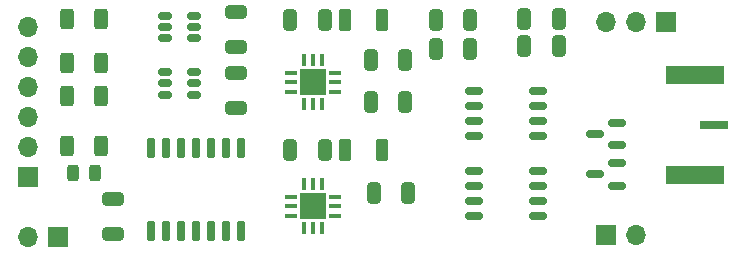
<source format=gbr>
%TF.GenerationSoftware,KiCad,Pcbnew,7.0.10*%
%TF.CreationDate,2024-02-11T10:45:53+07:00*%
%TF.ProjectId,PMOD-Pulser_update,504d4f44-2d50-4756-9c73-65725f757064,rev?*%
%TF.SameCoordinates,PX5e2ce30PY52bb330*%
%TF.FileFunction,Soldermask,Top*%
%TF.FilePolarity,Negative*%
%FSLAX46Y46*%
G04 Gerber Fmt 4.6, Leading zero omitted, Abs format (unit mm)*
G04 Created by KiCad (PCBNEW 7.0.10) date 2024-02-11 10:45:53*
%MOMM*%
%LPD*%
G01*
G04 APERTURE LIST*
G04 Aperture macros list*
%AMRoundRect*
0 Rectangle with rounded corners*
0 $1 Rounding radius*
0 $2 $3 $4 $5 $6 $7 $8 $9 X,Y pos of 4 corners*
0 Add a 4 corners polygon primitive as box body*
4,1,4,$2,$3,$4,$5,$6,$7,$8,$9,$2,$3,0*
0 Add four circle primitives for the rounded corners*
1,1,$1+$1,$2,$3*
1,1,$1+$1,$4,$5*
1,1,$1+$1,$6,$7*
1,1,$1+$1,$8,$9*
0 Add four rect primitives between the rounded corners*
20,1,$1+$1,$2,$3,$4,$5,0*
20,1,$1+$1,$4,$5,$6,$7,0*
20,1,$1+$1,$6,$7,$8,$9,0*
20,1,$1+$1,$8,$9,$2,$3,0*%
G04 Aperture macros list end*
%ADD10R,1.700000X1.700000*%
%ADD11O,1.700000X1.700000*%
%ADD12RoundRect,0.150000X0.450000X-0.150000X0.450000X0.150000X-0.450000X0.150000X-0.450000X-0.150000X0*%
%ADD13RoundRect,0.250000X-0.325000X-0.650000X0.325000X-0.650000X0.325000X0.650000X-0.325000X0.650000X0*%
%ADD14RoundRect,0.250000X-0.312500X-0.625000X0.312500X-0.625000X0.312500X0.625000X-0.312500X0.625000X0*%
%ADD15RoundRect,0.150000X0.587500X0.150000X-0.587500X0.150000X-0.587500X-0.150000X0.587500X-0.150000X0*%
%ADD16RoundRect,0.087500X0.462500X-0.087500X0.462500X0.087500X-0.462500X0.087500X-0.462500X-0.087500X0*%
%ADD17RoundRect,0.087500X-0.087500X-0.462500X0.087500X-0.462500X0.087500X0.462500X-0.087500X0.462500X0*%
%ADD18R,2.250000X2.250000*%
%ADD19RoundRect,0.250000X0.650000X-0.325000X0.650000X0.325000X-0.650000X0.325000X-0.650000X-0.325000X0*%
%ADD20R,2.350000X0.700000*%
%ADD21R,4.900000X1.600000*%
%ADD22RoundRect,0.250000X0.275000X0.700000X-0.275000X0.700000X-0.275000X-0.700000X0.275000X-0.700000X0*%
%ADD23RoundRect,0.250000X-0.650000X0.325000X-0.650000X-0.325000X0.650000X-0.325000X0.650000X0.325000X0*%
%ADD24RoundRect,0.162500X0.600000X-0.162500X0.600000X0.162500X-0.600000X0.162500X-0.600000X-0.162500X0*%
%ADD25RoundRect,0.175000X0.175000X0.712500X-0.175000X0.712500X-0.175000X-0.712500X0.175000X-0.712500X0*%
%ADD26RoundRect,0.243750X-0.243750X-0.456250X0.243750X-0.456250X0.243750X0.456250X-0.243750X0.456250X0*%
G04 APERTURE END LIST*
D10*
%TO.C,J4*%
X58000000Y20000000D03*
D11*
X55460000Y20000000D03*
X52920000Y20000000D03*
%TD*%
D12*
%TO.C,IC1*%
X15600000Y20500000D03*
X15600000Y19550000D03*
X15600000Y18600000D03*
X18100000Y18600000D03*
X18100000Y19550000D03*
X18100000Y20500000D03*
%TD*%
D13*
%TO.C,C5*%
X33025000Y13250000D03*
X35975000Y13250000D03*
%TD*%
D14*
%TO.C,R3*%
X7287500Y16500000D03*
X10212500Y16500000D03*
%TD*%
D13*
%TO.C,C6*%
X46025000Y18000000D03*
X48975000Y18000000D03*
%TD*%
D15*
%TO.C,D2*%
X53875000Y6150000D03*
X53875000Y8050000D03*
X52000000Y7100000D03*
%TD*%
D13*
%TO.C,C7*%
X46025000Y20250000D03*
X48975000Y20250000D03*
%TD*%
D16*
%TO.C,IC2*%
X26300000Y15700000D03*
X26300000Y14900000D03*
X26300000Y14100000D03*
D17*
X27350000Y13050000D03*
X28150000Y13050000D03*
X28950000Y13050000D03*
D16*
X30000000Y14100000D03*
X30000000Y14900000D03*
X30000000Y15700000D03*
D17*
X28950000Y16750000D03*
X28150000Y16750000D03*
X27350000Y16750000D03*
D18*
X28150000Y14900000D03*
%TD*%
D15*
%TO.C,D1*%
X53875000Y9550000D03*
X53875000Y11450000D03*
X52000000Y10500000D03*
%TD*%
D19*
%TO.C,C15*%
X21650000Y17875000D03*
X21650000Y20825000D03*
%TD*%
D20*
%TO.C,J1*%
X62100000Y11250000D03*
D21*
X60525000Y7000000D03*
X60525000Y15500000D03*
%TD*%
D13*
%TO.C,C4*%
X33025000Y16750000D03*
X35975000Y16750000D03*
%TD*%
D22*
%TO.C,FB2*%
X34025000Y9150000D03*
X30875000Y9150000D03*
%TD*%
%TO.C,FB1*%
X33975000Y20150000D03*
X30825000Y20150000D03*
%TD*%
D19*
%TO.C,C14*%
X11250000Y2025000D03*
X11250000Y4975000D03*
%TD*%
D10*
%TO.C,J6*%
X52920000Y2000000D03*
D11*
X55460000Y2000000D03*
%TD*%
D14*
%TO.C,R2*%
X7287500Y20250000D03*
X10212500Y20250000D03*
%TD*%
%TO.C,R4*%
X7287500Y13750000D03*
X10212500Y13750000D03*
%TD*%
D13*
%TO.C,C9*%
X33275000Y5500000D03*
X36225000Y5500000D03*
%TD*%
D10*
%TO.C,J2*%
X6540000Y1800000D03*
D11*
X4000000Y1800000D03*
%TD*%
D13*
%TO.C,C2*%
X38525000Y17750000D03*
X41475000Y17750000D03*
%TD*%
D23*
%TO.C,C16*%
X21650000Y15675000D03*
X21650000Y12725000D03*
%TD*%
D24*
%TO.C,IC6*%
X41788000Y7405000D03*
X41788000Y6135000D03*
X41788000Y4865000D03*
X41788000Y3595000D03*
X47212000Y3595000D03*
X47212000Y4865000D03*
X47212000Y6135000D03*
X47212000Y7405000D03*
%TD*%
%TO.C,IC3*%
X41788000Y14155000D03*
X41788000Y12885000D03*
X41788000Y11615000D03*
X41788000Y10345000D03*
X47212000Y10345000D03*
X47212000Y11615000D03*
X47212000Y12885000D03*
X47212000Y14155000D03*
%TD*%
D13*
%TO.C,C8*%
X26225000Y9150000D03*
X29175000Y9150000D03*
%TD*%
D25*
%TO.C,H1*%
X14440000Y2274000D03*
X15710000Y2274000D03*
X16980000Y2274000D03*
X18250000Y2274000D03*
X19520000Y2274000D03*
X20790000Y2274000D03*
X22060000Y2274000D03*
X22060000Y9350000D03*
X20790000Y9350000D03*
X19520000Y9350000D03*
X18250000Y9350000D03*
X16980000Y9350000D03*
X15710000Y9350000D03*
X14440000Y9350000D03*
%TD*%
D13*
%TO.C,C3*%
X38525000Y20150000D03*
X41475000Y20150000D03*
%TD*%
D14*
%TO.C,R1*%
X7287500Y9500000D03*
X10212500Y9500000D03*
%TD*%
D26*
%TO.C,D3*%
X7812500Y7250000D03*
X9687500Y7250000D03*
%TD*%
D10*
%TO.C,J3*%
X4000000Y6880000D03*
D11*
X4000000Y9420000D03*
X4000000Y11960000D03*
X4000000Y14500000D03*
X4000000Y17040000D03*
X4000000Y19580000D03*
%TD*%
D13*
%TO.C,C1*%
X26175000Y20150000D03*
X29125000Y20150000D03*
%TD*%
D12*
%TO.C,IC4*%
X15600000Y15750000D03*
X15600000Y14800000D03*
X15600000Y13850000D03*
X18100000Y13850000D03*
X18100000Y14800000D03*
X18100000Y15750000D03*
%TD*%
D16*
%TO.C,IC5*%
X26300000Y5200000D03*
X26300000Y4400000D03*
X26300000Y3600000D03*
D17*
X27350000Y2550000D03*
X28150000Y2550000D03*
X28950000Y2550000D03*
D16*
X30000000Y3600000D03*
X30000000Y4400000D03*
X30000000Y5200000D03*
D17*
X28950000Y6250000D03*
X28150000Y6250000D03*
X27350000Y6250000D03*
D18*
X28150000Y4400000D03*
%TD*%
M02*

</source>
